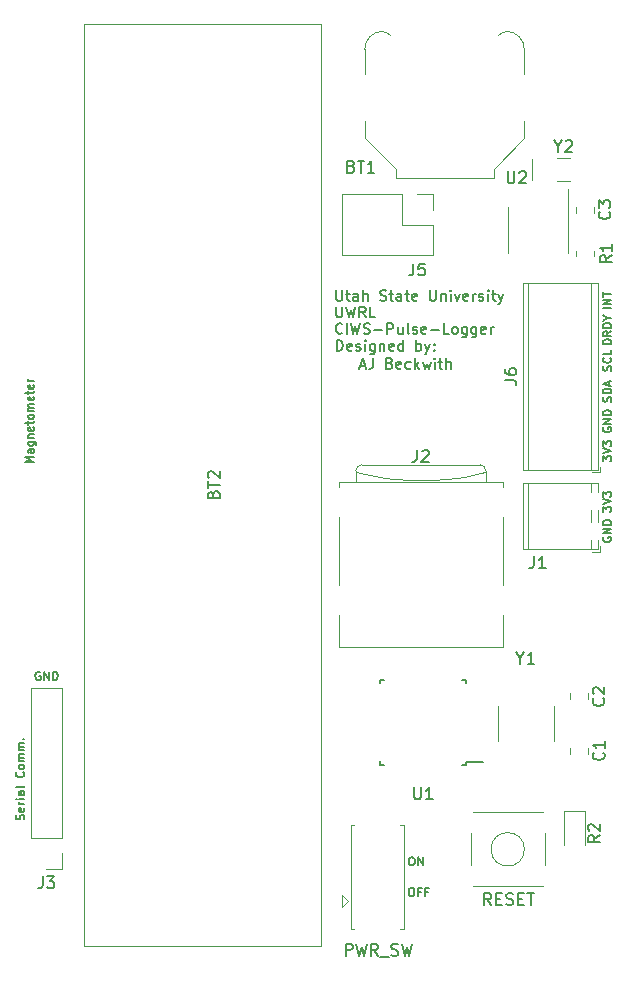
<source format=gto>
G04 #@! TF.GenerationSoftware,KiCad,Pcbnew,(5.1.9-0-10_14)*
G04 #@! TF.CreationDate,2022-03-15T11:33:21-06:00*
G04 #@! TF.ProjectId,Full_Res_Board,46756c6c-5f52-4657-935f-426f6172642e,rev?*
G04 #@! TF.SameCoordinates,Original*
G04 #@! TF.FileFunction,Legend,Top*
G04 #@! TF.FilePolarity,Positive*
%FSLAX46Y46*%
G04 Gerber Fmt 4.6, Leading zero omitted, Abs format (unit mm)*
G04 Created by KiCad (PCBNEW (5.1.9-0-10_14)) date 2022-03-15 11:33:21*
%MOMM*%
%LPD*%
G01*
G04 APERTURE LIST*
%ADD10C,0.175000*%
%ADD11C,0.150000*%
%ADD12C,0.120000*%
G04 APERTURE END LIST*
D10*
X120266666Y-107150000D02*
X120200000Y-107116666D01*
X120100000Y-107116666D01*
X120000000Y-107150000D01*
X119933333Y-107216666D01*
X119900000Y-107283333D01*
X119866666Y-107416666D01*
X119866666Y-107516666D01*
X119900000Y-107650000D01*
X119933333Y-107716666D01*
X120000000Y-107783333D01*
X120100000Y-107816666D01*
X120166666Y-107816666D01*
X120266666Y-107783333D01*
X120300000Y-107750000D01*
X120300000Y-107516666D01*
X120166666Y-107516666D01*
X120600000Y-107816666D02*
X120600000Y-107116666D01*
X121000000Y-107816666D01*
X121000000Y-107116666D01*
X121333333Y-107816666D02*
X121333333Y-107116666D01*
X121500000Y-107116666D01*
X121600000Y-107150000D01*
X121666666Y-107216666D01*
X121700000Y-107283333D01*
X121733333Y-107416666D01*
X121733333Y-107516666D01*
X121700000Y-107650000D01*
X121666666Y-107716666D01*
X121600000Y-107783333D01*
X121500000Y-107816666D01*
X121333333Y-107816666D01*
X145385714Y-79944642D02*
X145385714Y-79044642D01*
X145600000Y-79044642D01*
X145728571Y-79087500D01*
X145814285Y-79173214D01*
X145857142Y-79258928D01*
X145900000Y-79430357D01*
X145900000Y-79558928D01*
X145857142Y-79730357D01*
X145814285Y-79816071D01*
X145728571Y-79901785D01*
X145600000Y-79944642D01*
X145385714Y-79944642D01*
X146628571Y-79901785D02*
X146542857Y-79944642D01*
X146371428Y-79944642D01*
X146285714Y-79901785D01*
X146242857Y-79816071D01*
X146242857Y-79473214D01*
X146285714Y-79387500D01*
X146371428Y-79344642D01*
X146542857Y-79344642D01*
X146628571Y-79387500D01*
X146671428Y-79473214D01*
X146671428Y-79558928D01*
X146242857Y-79644642D01*
X147014285Y-79901785D02*
X147100000Y-79944642D01*
X147271428Y-79944642D01*
X147357142Y-79901785D01*
X147400000Y-79816071D01*
X147400000Y-79773214D01*
X147357142Y-79687500D01*
X147271428Y-79644642D01*
X147142857Y-79644642D01*
X147057142Y-79601785D01*
X147014285Y-79516071D01*
X147014285Y-79473214D01*
X147057142Y-79387500D01*
X147142857Y-79344642D01*
X147271428Y-79344642D01*
X147357142Y-79387500D01*
X147785714Y-79944642D02*
X147785714Y-79344642D01*
X147785714Y-79044642D02*
X147742857Y-79087500D01*
X147785714Y-79130357D01*
X147828571Y-79087500D01*
X147785714Y-79044642D01*
X147785714Y-79130357D01*
X148600000Y-79344642D02*
X148600000Y-80073214D01*
X148557142Y-80158928D01*
X148514285Y-80201785D01*
X148428571Y-80244642D01*
X148300000Y-80244642D01*
X148214285Y-80201785D01*
X148600000Y-79901785D02*
X148514285Y-79944642D01*
X148342857Y-79944642D01*
X148257142Y-79901785D01*
X148214285Y-79858928D01*
X148171428Y-79773214D01*
X148171428Y-79516071D01*
X148214285Y-79430357D01*
X148257142Y-79387500D01*
X148342857Y-79344642D01*
X148514285Y-79344642D01*
X148600000Y-79387500D01*
X149028571Y-79344642D02*
X149028571Y-79944642D01*
X149028571Y-79430357D02*
X149071428Y-79387500D01*
X149157142Y-79344642D01*
X149285714Y-79344642D01*
X149371428Y-79387500D01*
X149414285Y-79473214D01*
X149414285Y-79944642D01*
X150185714Y-79901785D02*
X150100000Y-79944642D01*
X149928571Y-79944642D01*
X149842857Y-79901785D01*
X149800000Y-79816071D01*
X149800000Y-79473214D01*
X149842857Y-79387500D01*
X149928571Y-79344642D01*
X150100000Y-79344642D01*
X150185714Y-79387500D01*
X150228571Y-79473214D01*
X150228571Y-79558928D01*
X149800000Y-79644642D01*
X151000000Y-79944642D02*
X151000000Y-79044642D01*
X151000000Y-79901785D02*
X150914285Y-79944642D01*
X150742857Y-79944642D01*
X150657142Y-79901785D01*
X150614285Y-79858928D01*
X150571428Y-79773214D01*
X150571428Y-79516071D01*
X150614285Y-79430357D01*
X150657142Y-79387500D01*
X150742857Y-79344642D01*
X150914285Y-79344642D01*
X151000000Y-79387500D01*
X152114285Y-79944642D02*
X152114285Y-79044642D01*
X152114285Y-79387500D02*
X152200000Y-79344642D01*
X152371428Y-79344642D01*
X152457142Y-79387500D01*
X152500000Y-79430357D01*
X152542857Y-79516071D01*
X152542857Y-79773214D01*
X152500000Y-79858928D01*
X152457142Y-79901785D01*
X152371428Y-79944642D01*
X152200000Y-79944642D01*
X152114285Y-79901785D01*
X152842857Y-79344642D02*
X153057142Y-79944642D01*
X153271428Y-79344642D02*
X153057142Y-79944642D01*
X152971428Y-80158928D01*
X152928571Y-80201785D01*
X152842857Y-80244642D01*
X153614285Y-79858928D02*
X153657142Y-79901785D01*
X153614285Y-79944642D01*
X153571428Y-79901785D01*
X153614285Y-79858928D01*
X153614285Y-79944642D01*
X153614285Y-79387500D02*
X153657142Y-79430357D01*
X153614285Y-79473214D01*
X153571428Y-79430357D01*
X153614285Y-79387500D01*
X153614285Y-79473214D01*
X147378571Y-81212500D02*
X147807142Y-81212500D01*
X147292857Y-81469642D02*
X147592857Y-80569642D01*
X147892857Y-81469642D01*
X148450000Y-80569642D02*
X148450000Y-81212500D01*
X148407142Y-81341071D01*
X148321428Y-81426785D01*
X148192857Y-81469642D01*
X148107142Y-81469642D01*
X149864285Y-80998214D02*
X149992857Y-81041071D01*
X150035714Y-81083928D01*
X150078571Y-81169642D01*
X150078571Y-81298214D01*
X150035714Y-81383928D01*
X149992857Y-81426785D01*
X149907142Y-81469642D01*
X149564285Y-81469642D01*
X149564285Y-80569642D01*
X149864285Y-80569642D01*
X149950000Y-80612500D01*
X149992857Y-80655357D01*
X150035714Y-80741071D01*
X150035714Y-80826785D01*
X149992857Y-80912500D01*
X149950000Y-80955357D01*
X149864285Y-80998214D01*
X149564285Y-80998214D01*
X150807142Y-81426785D02*
X150721428Y-81469642D01*
X150550000Y-81469642D01*
X150464285Y-81426785D01*
X150421428Y-81341071D01*
X150421428Y-80998214D01*
X150464285Y-80912500D01*
X150550000Y-80869642D01*
X150721428Y-80869642D01*
X150807142Y-80912500D01*
X150850000Y-80998214D01*
X150850000Y-81083928D01*
X150421428Y-81169642D01*
X151621428Y-81426785D02*
X151535714Y-81469642D01*
X151364285Y-81469642D01*
X151278571Y-81426785D01*
X151235714Y-81383928D01*
X151192857Y-81298214D01*
X151192857Y-81041071D01*
X151235714Y-80955357D01*
X151278571Y-80912500D01*
X151364285Y-80869642D01*
X151535714Y-80869642D01*
X151621428Y-80912500D01*
X152007142Y-81469642D02*
X152007142Y-80569642D01*
X152092857Y-81126785D02*
X152350000Y-81469642D01*
X152350000Y-80869642D02*
X152007142Y-81212500D01*
X152650000Y-80869642D02*
X152821428Y-81469642D01*
X152992857Y-81041071D01*
X153164285Y-81469642D01*
X153335714Y-80869642D01*
X153678571Y-81469642D02*
X153678571Y-80869642D01*
X153678571Y-80569642D02*
X153635714Y-80612500D01*
X153678571Y-80655357D01*
X153721428Y-80612500D01*
X153678571Y-80569642D01*
X153678571Y-80655357D01*
X153978571Y-80869642D02*
X154321428Y-80869642D01*
X154107142Y-80569642D02*
X154107142Y-81341071D01*
X154150000Y-81426785D01*
X154235714Y-81469642D01*
X154321428Y-81469642D01*
X154621428Y-81469642D02*
X154621428Y-80569642D01*
X155007142Y-81469642D02*
X155007142Y-80998214D01*
X154964285Y-80912500D01*
X154878571Y-80869642D01*
X154750000Y-80869642D01*
X154664285Y-80912500D01*
X154621428Y-80955357D01*
X145842321Y-78421428D02*
X145799464Y-78464285D01*
X145670892Y-78507142D01*
X145585178Y-78507142D01*
X145456607Y-78464285D01*
X145370892Y-78378571D01*
X145328035Y-78292857D01*
X145285178Y-78121428D01*
X145285178Y-77992857D01*
X145328035Y-77821428D01*
X145370892Y-77735714D01*
X145456607Y-77650000D01*
X145585178Y-77607142D01*
X145670892Y-77607142D01*
X145799464Y-77650000D01*
X145842321Y-77692857D01*
X146228035Y-78507142D02*
X146228035Y-77607142D01*
X146570892Y-77607142D02*
X146785178Y-78507142D01*
X146956607Y-77864285D01*
X147128035Y-78507142D01*
X147342321Y-77607142D01*
X147642321Y-78464285D02*
X147770892Y-78507142D01*
X147985178Y-78507142D01*
X148070892Y-78464285D01*
X148113750Y-78421428D01*
X148156607Y-78335714D01*
X148156607Y-78250000D01*
X148113750Y-78164285D01*
X148070892Y-78121428D01*
X147985178Y-78078571D01*
X147813750Y-78035714D01*
X147728035Y-77992857D01*
X147685178Y-77950000D01*
X147642321Y-77864285D01*
X147642321Y-77778571D01*
X147685178Y-77692857D01*
X147728035Y-77650000D01*
X147813750Y-77607142D01*
X148028035Y-77607142D01*
X148156607Y-77650000D01*
X148542321Y-78164285D02*
X149228035Y-78164285D01*
X149656607Y-78507142D02*
X149656607Y-77607142D01*
X149999464Y-77607142D01*
X150085178Y-77650000D01*
X150128035Y-77692857D01*
X150170892Y-77778571D01*
X150170892Y-77907142D01*
X150128035Y-77992857D01*
X150085178Y-78035714D01*
X149999464Y-78078571D01*
X149656607Y-78078571D01*
X150942321Y-77907142D02*
X150942321Y-78507142D01*
X150556607Y-77907142D02*
X150556607Y-78378571D01*
X150599464Y-78464285D01*
X150685178Y-78507142D01*
X150813750Y-78507142D01*
X150899464Y-78464285D01*
X150942321Y-78421428D01*
X151499464Y-78507142D02*
X151413750Y-78464285D01*
X151370892Y-78378571D01*
X151370892Y-77607142D01*
X151799464Y-78464285D02*
X151885178Y-78507142D01*
X152056607Y-78507142D01*
X152142321Y-78464285D01*
X152185178Y-78378571D01*
X152185178Y-78335714D01*
X152142321Y-78250000D01*
X152056607Y-78207142D01*
X151928035Y-78207142D01*
X151842321Y-78164285D01*
X151799464Y-78078571D01*
X151799464Y-78035714D01*
X151842321Y-77950000D01*
X151928035Y-77907142D01*
X152056607Y-77907142D01*
X152142321Y-77950000D01*
X152913750Y-78464285D02*
X152828035Y-78507142D01*
X152656607Y-78507142D01*
X152570892Y-78464285D01*
X152528035Y-78378571D01*
X152528035Y-78035714D01*
X152570892Y-77950000D01*
X152656607Y-77907142D01*
X152828035Y-77907142D01*
X152913750Y-77950000D01*
X152956607Y-78035714D01*
X152956607Y-78121428D01*
X152528035Y-78207142D01*
X153342321Y-78164285D02*
X154028035Y-78164285D01*
X154885178Y-78507142D02*
X154456607Y-78507142D01*
X154456607Y-77607142D01*
X155313750Y-78507142D02*
X155228035Y-78464285D01*
X155185178Y-78421428D01*
X155142321Y-78335714D01*
X155142321Y-78078571D01*
X155185178Y-77992857D01*
X155228035Y-77950000D01*
X155313750Y-77907142D01*
X155442321Y-77907142D01*
X155528035Y-77950000D01*
X155570892Y-77992857D01*
X155613750Y-78078571D01*
X155613750Y-78335714D01*
X155570892Y-78421428D01*
X155528035Y-78464285D01*
X155442321Y-78507142D01*
X155313750Y-78507142D01*
X156385178Y-77907142D02*
X156385178Y-78635714D01*
X156342321Y-78721428D01*
X156299464Y-78764285D01*
X156213750Y-78807142D01*
X156085178Y-78807142D01*
X155999464Y-78764285D01*
X156385178Y-78464285D02*
X156299464Y-78507142D01*
X156128035Y-78507142D01*
X156042321Y-78464285D01*
X155999464Y-78421428D01*
X155956607Y-78335714D01*
X155956607Y-78078571D01*
X155999464Y-77992857D01*
X156042321Y-77950000D01*
X156128035Y-77907142D01*
X156299464Y-77907142D01*
X156385178Y-77950000D01*
X157199464Y-77907142D02*
X157199464Y-78635714D01*
X157156607Y-78721428D01*
X157113750Y-78764285D01*
X157028035Y-78807142D01*
X156899464Y-78807142D01*
X156813750Y-78764285D01*
X157199464Y-78464285D02*
X157113750Y-78507142D01*
X156942321Y-78507142D01*
X156856607Y-78464285D01*
X156813750Y-78421428D01*
X156770892Y-78335714D01*
X156770892Y-78078571D01*
X156813750Y-77992857D01*
X156856607Y-77950000D01*
X156942321Y-77907142D01*
X157113750Y-77907142D01*
X157199464Y-77950000D01*
X157970892Y-78464285D02*
X157885178Y-78507142D01*
X157713750Y-78507142D01*
X157628035Y-78464285D01*
X157585178Y-78378571D01*
X157585178Y-78035714D01*
X157628035Y-77950000D01*
X157713750Y-77907142D01*
X157885178Y-77907142D01*
X157970892Y-77950000D01*
X158013750Y-78035714D01*
X158013750Y-78121428D01*
X157585178Y-78207142D01*
X158399464Y-78507142D02*
X158399464Y-77907142D01*
X158399464Y-78078571D02*
X158442321Y-77992857D01*
X158485178Y-77950000D01*
X158570892Y-77907142D01*
X158656607Y-77907142D01*
X145328035Y-76207142D02*
X145328035Y-76935714D01*
X145370892Y-77021428D01*
X145413750Y-77064285D01*
X145499464Y-77107142D01*
X145670892Y-77107142D01*
X145756607Y-77064285D01*
X145799464Y-77021428D01*
X145842321Y-76935714D01*
X145842321Y-76207142D01*
X146185178Y-76207142D02*
X146399464Y-77107142D01*
X146570892Y-76464285D01*
X146742321Y-77107142D01*
X146956607Y-76207142D01*
X147813750Y-77107142D02*
X147513750Y-76678571D01*
X147299464Y-77107142D02*
X147299464Y-76207142D01*
X147642321Y-76207142D01*
X147728035Y-76250000D01*
X147770892Y-76292857D01*
X147813750Y-76378571D01*
X147813750Y-76507142D01*
X147770892Y-76592857D01*
X147728035Y-76635714D01*
X147642321Y-76678571D01*
X147299464Y-76678571D01*
X148628035Y-77107142D02*
X148199464Y-77107142D01*
X148199464Y-76207142D01*
X145328035Y-74807142D02*
X145328035Y-75535714D01*
X145370892Y-75621428D01*
X145413750Y-75664285D01*
X145499464Y-75707142D01*
X145670892Y-75707142D01*
X145756607Y-75664285D01*
X145799464Y-75621428D01*
X145842321Y-75535714D01*
X145842321Y-74807142D01*
X146142321Y-75107142D02*
X146485178Y-75107142D01*
X146270892Y-74807142D02*
X146270892Y-75578571D01*
X146313750Y-75664285D01*
X146399464Y-75707142D01*
X146485178Y-75707142D01*
X147170892Y-75707142D02*
X147170892Y-75235714D01*
X147128035Y-75150000D01*
X147042321Y-75107142D01*
X146870892Y-75107142D01*
X146785178Y-75150000D01*
X147170892Y-75664285D02*
X147085178Y-75707142D01*
X146870892Y-75707142D01*
X146785178Y-75664285D01*
X146742321Y-75578571D01*
X146742321Y-75492857D01*
X146785178Y-75407142D01*
X146870892Y-75364285D01*
X147085178Y-75364285D01*
X147170892Y-75321428D01*
X147599464Y-75707142D02*
X147599464Y-74807142D01*
X147985178Y-75707142D02*
X147985178Y-75235714D01*
X147942321Y-75150000D01*
X147856607Y-75107142D01*
X147728035Y-75107142D01*
X147642321Y-75150000D01*
X147599464Y-75192857D01*
X149056607Y-75664285D02*
X149185178Y-75707142D01*
X149399464Y-75707142D01*
X149485178Y-75664285D01*
X149528035Y-75621428D01*
X149570892Y-75535714D01*
X149570892Y-75450000D01*
X149528035Y-75364285D01*
X149485178Y-75321428D01*
X149399464Y-75278571D01*
X149228035Y-75235714D01*
X149142321Y-75192857D01*
X149099464Y-75150000D01*
X149056607Y-75064285D01*
X149056607Y-74978571D01*
X149099464Y-74892857D01*
X149142321Y-74850000D01*
X149228035Y-74807142D01*
X149442321Y-74807142D01*
X149570892Y-74850000D01*
X149828035Y-75107142D02*
X150170892Y-75107142D01*
X149956607Y-74807142D02*
X149956607Y-75578571D01*
X149999464Y-75664285D01*
X150085178Y-75707142D01*
X150170892Y-75707142D01*
X150856607Y-75707142D02*
X150856607Y-75235714D01*
X150813750Y-75150000D01*
X150728035Y-75107142D01*
X150556607Y-75107142D01*
X150470892Y-75150000D01*
X150856607Y-75664285D02*
X150770892Y-75707142D01*
X150556607Y-75707142D01*
X150470892Y-75664285D01*
X150428035Y-75578571D01*
X150428035Y-75492857D01*
X150470892Y-75407142D01*
X150556607Y-75364285D01*
X150770892Y-75364285D01*
X150856607Y-75321428D01*
X151156607Y-75107142D02*
X151499464Y-75107142D01*
X151285178Y-74807142D02*
X151285178Y-75578571D01*
X151328035Y-75664285D01*
X151413750Y-75707142D01*
X151499464Y-75707142D01*
X152142321Y-75664285D02*
X152056607Y-75707142D01*
X151885178Y-75707142D01*
X151799464Y-75664285D01*
X151756607Y-75578571D01*
X151756607Y-75235714D01*
X151799464Y-75150000D01*
X151885178Y-75107142D01*
X152056607Y-75107142D01*
X152142321Y-75150000D01*
X152185178Y-75235714D01*
X152185178Y-75321428D01*
X151756607Y-75407142D01*
X153256607Y-74807142D02*
X153256607Y-75535714D01*
X153299464Y-75621428D01*
X153342321Y-75664285D01*
X153428035Y-75707142D01*
X153599464Y-75707142D01*
X153685178Y-75664285D01*
X153728035Y-75621428D01*
X153770892Y-75535714D01*
X153770892Y-74807142D01*
X154199464Y-75107142D02*
X154199464Y-75707142D01*
X154199464Y-75192857D02*
X154242321Y-75150000D01*
X154328035Y-75107142D01*
X154456607Y-75107142D01*
X154542321Y-75150000D01*
X154585178Y-75235714D01*
X154585178Y-75707142D01*
X155013750Y-75707142D02*
X155013750Y-75107142D01*
X155013750Y-74807142D02*
X154970892Y-74850000D01*
X155013750Y-74892857D01*
X155056607Y-74850000D01*
X155013750Y-74807142D01*
X155013750Y-74892857D01*
X155356607Y-75107142D02*
X155570892Y-75707142D01*
X155785178Y-75107142D01*
X156470892Y-75664285D02*
X156385178Y-75707142D01*
X156213750Y-75707142D01*
X156128035Y-75664285D01*
X156085178Y-75578571D01*
X156085178Y-75235714D01*
X156128035Y-75150000D01*
X156213750Y-75107142D01*
X156385178Y-75107142D01*
X156470892Y-75150000D01*
X156513750Y-75235714D01*
X156513750Y-75321428D01*
X156085178Y-75407142D01*
X156899464Y-75707142D02*
X156899464Y-75107142D01*
X156899464Y-75278571D02*
X156942321Y-75192857D01*
X156985178Y-75150000D01*
X157070892Y-75107142D01*
X157156607Y-75107142D01*
X157413750Y-75664285D02*
X157499464Y-75707142D01*
X157670892Y-75707142D01*
X157756607Y-75664285D01*
X157799464Y-75578571D01*
X157799464Y-75535714D01*
X157756607Y-75450000D01*
X157670892Y-75407142D01*
X157542321Y-75407142D01*
X157456607Y-75364285D01*
X157413750Y-75278571D01*
X157413750Y-75235714D01*
X157456607Y-75150000D01*
X157542321Y-75107142D01*
X157670892Y-75107142D01*
X157756607Y-75150000D01*
X158185178Y-75707142D02*
X158185178Y-75107142D01*
X158185178Y-74807142D02*
X158142321Y-74850000D01*
X158185178Y-74892857D01*
X158228035Y-74850000D01*
X158185178Y-74807142D01*
X158185178Y-74892857D01*
X158485178Y-75107142D02*
X158828035Y-75107142D01*
X158613750Y-74807142D02*
X158613750Y-75578571D01*
X158656607Y-75664285D01*
X158742321Y-75707142D01*
X158828035Y-75707142D01*
X159042321Y-75107142D02*
X159256607Y-75707142D01*
X159470892Y-75107142D02*
X159256607Y-75707142D01*
X159170892Y-75921428D01*
X159128035Y-75964285D01*
X159042321Y-76007142D01*
X119716666Y-89383333D02*
X119016666Y-89383333D01*
X119516666Y-89150000D01*
X119016666Y-88916666D01*
X119716666Y-88916666D01*
X119716666Y-88283333D02*
X119350000Y-88283333D01*
X119283333Y-88316666D01*
X119250000Y-88383333D01*
X119250000Y-88516666D01*
X119283333Y-88583333D01*
X119683333Y-88283333D02*
X119716666Y-88350000D01*
X119716666Y-88516666D01*
X119683333Y-88583333D01*
X119616666Y-88616666D01*
X119550000Y-88616666D01*
X119483333Y-88583333D01*
X119450000Y-88516666D01*
X119450000Y-88350000D01*
X119416666Y-88283333D01*
X119250000Y-87650000D02*
X119816666Y-87650000D01*
X119883333Y-87683333D01*
X119916666Y-87716666D01*
X119950000Y-87783333D01*
X119950000Y-87883333D01*
X119916666Y-87950000D01*
X119683333Y-87650000D02*
X119716666Y-87716666D01*
X119716666Y-87850000D01*
X119683333Y-87916666D01*
X119650000Y-87950000D01*
X119583333Y-87983333D01*
X119383333Y-87983333D01*
X119316666Y-87950000D01*
X119283333Y-87916666D01*
X119250000Y-87850000D01*
X119250000Y-87716666D01*
X119283333Y-87650000D01*
X119250000Y-87316666D02*
X119716666Y-87316666D01*
X119316666Y-87316666D02*
X119283333Y-87283333D01*
X119250000Y-87216666D01*
X119250000Y-87116666D01*
X119283333Y-87050000D01*
X119350000Y-87016666D01*
X119716666Y-87016666D01*
X119683333Y-86416666D02*
X119716666Y-86483333D01*
X119716666Y-86616666D01*
X119683333Y-86683333D01*
X119616666Y-86716666D01*
X119350000Y-86716666D01*
X119283333Y-86683333D01*
X119250000Y-86616666D01*
X119250000Y-86483333D01*
X119283333Y-86416666D01*
X119350000Y-86383333D01*
X119416666Y-86383333D01*
X119483333Y-86716666D01*
X119250000Y-86183333D02*
X119250000Y-85916666D01*
X119016666Y-86083333D02*
X119616666Y-86083333D01*
X119683333Y-86050000D01*
X119716666Y-85983333D01*
X119716666Y-85916666D01*
X119716666Y-85583333D02*
X119683333Y-85650000D01*
X119650000Y-85683333D01*
X119583333Y-85716666D01*
X119383333Y-85716666D01*
X119316666Y-85683333D01*
X119283333Y-85650000D01*
X119250000Y-85583333D01*
X119250000Y-85483333D01*
X119283333Y-85416666D01*
X119316666Y-85383333D01*
X119383333Y-85350000D01*
X119583333Y-85350000D01*
X119650000Y-85383333D01*
X119683333Y-85416666D01*
X119716666Y-85483333D01*
X119716666Y-85583333D01*
X119716666Y-85050000D02*
X119250000Y-85050000D01*
X119316666Y-85050000D02*
X119283333Y-85016666D01*
X119250000Y-84950000D01*
X119250000Y-84850000D01*
X119283333Y-84783333D01*
X119350000Y-84750000D01*
X119716666Y-84750000D01*
X119350000Y-84750000D02*
X119283333Y-84716666D01*
X119250000Y-84650000D01*
X119250000Y-84550000D01*
X119283333Y-84483333D01*
X119350000Y-84450000D01*
X119716666Y-84450000D01*
X119683333Y-83850000D02*
X119716666Y-83916666D01*
X119716666Y-84050000D01*
X119683333Y-84116666D01*
X119616666Y-84150000D01*
X119350000Y-84150000D01*
X119283333Y-84116666D01*
X119250000Y-84050000D01*
X119250000Y-83916666D01*
X119283333Y-83850000D01*
X119350000Y-83816666D01*
X119416666Y-83816666D01*
X119483333Y-84150000D01*
X119250000Y-83616666D02*
X119250000Y-83350000D01*
X119016666Y-83516666D02*
X119616666Y-83516666D01*
X119683333Y-83483333D01*
X119716666Y-83416666D01*
X119716666Y-83350000D01*
X119683333Y-82850000D02*
X119716666Y-82916666D01*
X119716666Y-83050000D01*
X119683333Y-83116666D01*
X119616666Y-83150000D01*
X119350000Y-83150000D01*
X119283333Y-83116666D01*
X119250000Y-83050000D01*
X119250000Y-82916666D01*
X119283333Y-82850000D01*
X119350000Y-82816666D01*
X119416666Y-82816666D01*
X119483333Y-83150000D01*
X119716666Y-82516666D02*
X119250000Y-82516666D01*
X119383333Y-82516666D02*
X119316666Y-82483333D01*
X119283333Y-82450000D01*
X119250000Y-82383333D01*
X119250000Y-82316666D01*
X118883333Y-119616666D02*
X118916666Y-119516666D01*
X118916666Y-119350000D01*
X118883333Y-119283333D01*
X118850000Y-119250000D01*
X118783333Y-119216666D01*
X118716666Y-119216666D01*
X118650000Y-119250000D01*
X118616666Y-119283333D01*
X118583333Y-119350000D01*
X118550000Y-119483333D01*
X118516666Y-119550000D01*
X118483333Y-119583333D01*
X118416666Y-119616666D01*
X118350000Y-119616666D01*
X118283333Y-119583333D01*
X118250000Y-119550000D01*
X118216666Y-119483333D01*
X118216666Y-119316666D01*
X118250000Y-119216666D01*
X118883333Y-118650000D02*
X118916666Y-118716666D01*
X118916666Y-118850000D01*
X118883333Y-118916666D01*
X118816666Y-118950000D01*
X118550000Y-118950000D01*
X118483333Y-118916666D01*
X118450000Y-118850000D01*
X118450000Y-118716666D01*
X118483333Y-118650000D01*
X118550000Y-118616666D01*
X118616666Y-118616666D01*
X118683333Y-118950000D01*
X118916666Y-118316666D02*
X118450000Y-118316666D01*
X118583333Y-118316666D02*
X118516666Y-118283333D01*
X118483333Y-118250000D01*
X118450000Y-118183333D01*
X118450000Y-118116666D01*
X118916666Y-117883333D02*
X118450000Y-117883333D01*
X118216666Y-117883333D02*
X118250000Y-117916666D01*
X118283333Y-117883333D01*
X118250000Y-117850000D01*
X118216666Y-117883333D01*
X118283333Y-117883333D01*
X118916666Y-117250000D02*
X118550000Y-117250000D01*
X118483333Y-117283333D01*
X118450000Y-117350000D01*
X118450000Y-117483333D01*
X118483333Y-117550000D01*
X118883333Y-117250000D02*
X118916666Y-117316666D01*
X118916666Y-117483333D01*
X118883333Y-117550000D01*
X118816666Y-117583333D01*
X118750000Y-117583333D01*
X118683333Y-117550000D01*
X118650000Y-117483333D01*
X118650000Y-117316666D01*
X118616666Y-117250000D01*
X118916666Y-116816666D02*
X118883333Y-116883333D01*
X118816666Y-116916666D01*
X118216666Y-116916666D01*
X118850000Y-115616666D02*
X118883333Y-115650000D01*
X118916666Y-115750000D01*
X118916666Y-115816666D01*
X118883333Y-115916666D01*
X118816666Y-115983333D01*
X118750000Y-116016666D01*
X118616666Y-116050000D01*
X118516666Y-116050000D01*
X118383333Y-116016666D01*
X118316666Y-115983333D01*
X118250000Y-115916666D01*
X118216666Y-115816666D01*
X118216666Y-115750000D01*
X118250000Y-115650000D01*
X118283333Y-115616666D01*
X118916666Y-115216666D02*
X118883333Y-115283333D01*
X118850000Y-115316666D01*
X118783333Y-115350000D01*
X118583333Y-115350000D01*
X118516666Y-115316666D01*
X118483333Y-115283333D01*
X118450000Y-115216666D01*
X118450000Y-115116666D01*
X118483333Y-115050000D01*
X118516666Y-115016666D01*
X118583333Y-114983333D01*
X118783333Y-114983333D01*
X118850000Y-115016666D01*
X118883333Y-115050000D01*
X118916666Y-115116666D01*
X118916666Y-115216666D01*
X118916666Y-114683333D02*
X118450000Y-114683333D01*
X118516666Y-114683333D02*
X118483333Y-114650000D01*
X118450000Y-114583333D01*
X118450000Y-114483333D01*
X118483333Y-114416666D01*
X118550000Y-114383333D01*
X118916666Y-114383333D01*
X118550000Y-114383333D02*
X118483333Y-114350000D01*
X118450000Y-114283333D01*
X118450000Y-114183333D01*
X118483333Y-114116666D01*
X118550000Y-114083333D01*
X118916666Y-114083333D01*
X118916666Y-113750000D02*
X118450000Y-113750000D01*
X118516666Y-113750000D02*
X118483333Y-113716666D01*
X118450000Y-113650000D01*
X118450000Y-113550000D01*
X118483333Y-113483333D01*
X118550000Y-113450000D01*
X118916666Y-113450000D01*
X118550000Y-113450000D02*
X118483333Y-113416666D01*
X118450000Y-113350000D01*
X118450000Y-113250000D01*
X118483333Y-113183333D01*
X118550000Y-113150000D01*
X118916666Y-113150000D01*
X118850000Y-112816666D02*
X118883333Y-112783333D01*
X118916666Y-112816666D01*
X118883333Y-112850000D01*
X118850000Y-112816666D01*
X118916666Y-112816666D01*
X151633333Y-125416666D02*
X151766666Y-125416666D01*
X151833333Y-125450000D01*
X151900000Y-125516666D01*
X151933333Y-125650000D01*
X151933333Y-125883333D01*
X151900000Y-126016666D01*
X151833333Y-126083333D01*
X151766666Y-126116666D01*
X151633333Y-126116666D01*
X151566666Y-126083333D01*
X151500000Y-126016666D01*
X151466666Y-125883333D01*
X151466666Y-125650000D01*
X151500000Y-125516666D01*
X151566666Y-125450000D01*
X151633333Y-125416666D01*
X152466666Y-125750000D02*
X152233333Y-125750000D01*
X152233333Y-126116666D02*
X152233333Y-125416666D01*
X152566666Y-125416666D01*
X153066666Y-125750000D02*
X152833333Y-125750000D01*
X152833333Y-126116666D02*
X152833333Y-125416666D01*
X153166666Y-125416666D01*
X151666666Y-122816666D02*
X151800000Y-122816666D01*
X151866666Y-122850000D01*
X151933333Y-122916666D01*
X151966666Y-123050000D01*
X151966666Y-123283333D01*
X151933333Y-123416666D01*
X151866666Y-123483333D01*
X151800000Y-123516666D01*
X151666666Y-123516666D01*
X151600000Y-123483333D01*
X151533333Y-123416666D01*
X151500000Y-123283333D01*
X151500000Y-123050000D01*
X151533333Y-122916666D01*
X151600000Y-122850000D01*
X151666666Y-122816666D01*
X152266666Y-123516666D02*
X152266666Y-122816666D01*
X152666666Y-123516666D01*
X152666666Y-122816666D01*
D11*
X168616666Y-76333333D02*
X167916666Y-76333333D01*
X168616666Y-76000000D02*
X167916666Y-76000000D01*
X168616666Y-75600000D01*
X167916666Y-75600000D01*
X167916666Y-75366666D02*
X167916666Y-74966666D01*
X168616666Y-75166666D02*
X167916666Y-75166666D01*
X168616666Y-79383333D02*
X167916666Y-79383333D01*
X167916666Y-79216666D01*
X167950000Y-79116666D01*
X168016666Y-79050000D01*
X168083333Y-79016666D01*
X168216666Y-78983333D01*
X168316666Y-78983333D01*
X168450000Y-79016666D01*
X168516666Y-79050000D01*
X168583333Y-79116666D01*
X168616666Y-79216666D01*
X168616666Y-79383333D01*
X168616666Y-78283333D02*
X168283333Y-78516666D01*
X168616666Y-78683333D02*
X167916666Y-78683333D01*
X167916666Y-78416666D01*
X167950000Y-78350000D01*
X167983333Y-78316666D01*
X168050000Y-78283333D01*
X168150000Y-78283333D01*
X168216666Y-78316666D01*
X168250000Y-78350000D01*
X168283333Y-78416666D01*
X168283333Y-78683333D01*
X168616666Y-77983333D02*
X167916666Y-77983333D01*
X167916666Y-77816666D01*
X167950000Y-77716666D01*
X168016666Y-77650000D01*
X168083333Y-77616666D01*
X168216666Y-77583333D01*
X168316666Y-77583333D01*
X168450000Y-77616666D01*
X168516666Y-77650000D01*
X168583333Y-77716666D01*
X168616666Y-77816666D01*
X168616666Y-77983333D01*
X168283333Y-77150000D02*
X168616666Y-77150000D01*
X167916666Y-77383333D02*
X168283333Y-77150000D01*
X167916666Y-76916666D01*
X168583333Y-81633333D02*
X168616666Y-81533333D01*
X168616666Y-81366666D01*
X168583333Y-81300000D01*
X168550000Y-81266666D01*
X168483333Y-81233333D01*
X168416666Y-81233333D01*
X168350000Y-81266666D01*
X168316666Y-81300000D01*
X168283333Y-81366666D01*
X168250000Y-81500000D01*
X168216666Y-81566666D01*
X168183333Y-81600000D01*
X168116666Y-81633333D01*
X168050000Y-81633333D01*
X167983333Y-81600000D01*
X167950000Y-81566666D01*
X167916666Y-81500000D01*
X167916666Y-81333333D01*
X167950000Y-81233333D01*
X168550000Y-80533333D02*
X168583333Y-80566666D01*
X168616666Y-80666666D01*
X168616666Y-80733333D01*
X168583333Y-80833333D01*
X168516666Y-80900000D01*
X168450000Y-80933333D01*
X168316666Y-80966666D01*
X168216666Y-80966666D01*
X168083333Y-80933333D01*
X168016666Y-80900000D01*
X167950000Y-80833333D01*
X167916666Y-80733333D01*
X167916666Y-80666666D01*
X167950000Y-80566666D01*
X167983333Y-80533333D01*
X168616666Y-79900000D02*
X168616666Y-80233333D01*
X167916666Y-80233333D01*
X168583333Y-84250000D02*
X168616666Y-84150000D01*
X168616666Y-83983333D01*
X168583333Y-83916666D01*
X168550000Y-83883333D01*
X168483333Y-83850000D01*
X168416666Y-83850000D01*
X168350000Y-83883333D01*
X168316666Y-83916666D01*
X168283333Y-83983333D01*
X168250000Y-84116666D01*
X168216666Y-84183333D01*
X168183333Y-84216666D01*
X168116666Y-84250000D01*
X168050000Y-84250000D01*
X167983333Y-84216666D01*
X167950000Y-84183333D01*
X167916666Y-84116666D01*
X167916666Y-83950000D01*
X167950000Y-83850000D01*
X168616666Y-83550000D02*
X167916666Y-83550000D01*
X167916666Y-83383333D01*
X167950000Y-83283333D01*
X168016666Y-83216666D01*
X168083333Y-83183333D01*
X168216666Y-83150000D01*
X168316666Y-83150000D01*
X168450000Y-83183333D01*
X168516666Y-83216666D01*
X168583333Y-83283333D01*
X168616666Y-83383333D01*
X168616666Y-83550000D01*
X168416666Y-82883333D02*
X168416666Y-82550000D01*
X168616666Y-82950000D02*
X167916666Y-82716666D01*
X168616666Y-82483333D01*
X167950000Y-86433333D02*
X167916666Y-86500000D01*
X167916666Y-86600000D01*
X167950000Y-86700000D01*
X168016666Y-86766666D01*
X168083333Y-86800000D01*
X168216666Y-86833333D01*
X168316666Y-86833333D01*
X168450000Y-86800000D01*
X168516666Y-86766666D01*
X168583333Y-86700000D01*
X168616666Y-86600000D01*
X168616666Y-86533333D01*
X168583333Y-86433333D01*
X168550000Y-86400000D01*
X168316666Y-86400000D01*
X168316666Y-86533333D01*
X168616666Y-86100000D02*
X167916666Y-86100000D01*
X168616666Y-85700000D01*
X167916666Y-85700000D01*
X168616666Y-85366666D02*
X167916666Y-85366666D01*
X167916666Y-85200000D01*
X167950000Y-85100000D01*
X168016666Y-85033333D01*
X168083333Y-85000000D01*
X168216666Y-84966666D01*
X168316666Y-84966666D01*
X168450000Y-85000000D01*
X168516666Y-85033333D01*
X168583333Y-85100000D01*
X168616666Y-85200000D01*
X168616666Y-85366666D01*
X167916666Y-89266666D02*
X167916666Y-88833333D01*
X168183333Y-89066666D01*
X168183333Y-88966666D01*
X168216666Y-88900000D01*
X168250000Y-88866666D01*
X168316666Y-88833333D01*
X168483333Y-88833333D01*
X168550000Y-88866666D01*
X168583333Y-88900000D01*
X168616666Y-88966666D01*
X168616666Y-89166666D01*
X168583333Y-89233333D01*
X168550000Y-89266666D01*
X167916666Y-88633333D02*
X168616666Y-88400000D01*
X167916666Y-88166666D01*
X167916666Y-88000000D02*
X167916666Y-87566666D01*
X168183333Y-87800000D01*
X168183333Y-87700000D01*
X168216666Y-87633333D01*
X168250000Y-87600000D01*
X168316666Y-87566666D01*
X168483333Y-87566666D01*
X168550000Y-87600000D01*
X168583333Y-87633333D01*
X168616666Y-87700000D01*
X168616666Y-87900000D01*
X168583333Y-87966666D01*
X168550000Y-88000000D01*
X167916666Y-93566666D02*
X167916666Y-93133333D01*
X168183333Y-93366666D01*
X168183333Y-93266666D01*
X168216666Y-93200000D01*
X168250000Y-93166666D01*
X168316666Y-93133333D01*
X168483333Y-93133333D01*
X168550000Y-93166666D01*
X168583333Y-93200000D01*
X168616666Y-93266666D01*
X168616666Y-93466666D01*
X168583333Y-93533333D01*
X168550000Y-93566666D01*
X167916666Y-92933333D02*
X168616666Y-92700000D01*
X167916666Y-92466666D01*
X167916666Y-92300000D02*
X167916666Y-91866666D01*
X168183333Y-92100000D01*
X168183333Y-92000000D01*
X168216666Y-91933333D01*
X168250000Y-91900000D01*
X168316666Y-91866666D01*
X168483333Y-91866666D01*
X168550000Y-91900000D01*
X168583333Y-91933333D01*
X168616666Y-92000000D01*
X168616666Y-92200000D01*
X168583333Y-92266666D01*
X168550000Y-92300000D01*
X167950000Y-95733333D02*
X167916666Y-95800000D01*
X167916666Y-95900000D01*
X167950000Y-96000000D01*
X168016666Y-96066666D01*
X168083333Y-96100000D01*
X168216666Y-96133333D01*
X168316666Y-96133333D01*
X168450000Y-96100000D01*
X168516666Y-96066666D01*
X168583333Y-96000000D01*
X168616666Y-95900000D01*
X168616666Y-95833333D01*
X168583333Y-95733333D01*
X168550000Y-95700000D01*
X168316666Y-95700000D01*
X168316666Y-95833333D01*
X168616666Y-95400000D02*
X167916666Y-95400000D01*
X168616666Y-95000000D01*
X167916666Y-95000000D01*
X168616666Y-94666666D02*
X167916666Y-94666666D01*
X167916666Y-94500000D01*
X167950000Y-94400000D01*
X168016666Y-94333333D01*
X168083333Y-94300000D01*
X168216666Y-94266666D01*
X168316666Y-94266666D01*
X168450000Y-94300000D01*
X168516666Y-94333333D01*
X168583333Y-94400000D01*
X168616666Y-94500000D01*
X168616666Y-94666666D01*
D12*
X166900000Y-90000000D02*
X166900000Y-74180000D01*
X161600000Y-90000000D02*
X161600000Y-74180000D01*
X161140000Y-90000000D02*
X161140000Y-74180000D01*
X167460000Y-90000000D02*
X167460000Y-74180000D01*
X161140000Y-90000000D02*
X167460000Y-90000000D01*
X161140000Y-74180000D02*
X167460000Y-74180000D01*
X166960000Y-90240000D02*
X167700000Y-90240000D01*
X167700000Y-90240000D02*
X167700000Y-89740000D01*
X144050000Y-130300000D02*
X123950000Y-130300000D01*
X144050000Y-52300000D02*
X144050000Y-130300000D01*
X123950000Y-52300000D02*
X144050000Y-52300000D01*
X123950000Y-130300000D02*
X123950000Y-52300000D01*
X122130000Y-123830000D02*
X120800000Y-123830000D01*
X122130000Y-122500000D02*
X122130000Y-123830000D01*
X122130000Y-121230000D02*
X119470000Y-121230000D01*
X119470000Y-121230000D02*
X119470000Y-108470000D01*
X122130000Y-121230000D02*
X122130000Y-108470000D01*
X122130000Y-108470000D02*
X119470000Y-108470000D01*
X161900000Y-63700000D02*
X161900000Y-65500000D01*
X164050000Y-65550000D02*
X165150000Y-65550000D01*
X164050000Y-63650000D02*
X165150000Y-63650000D01*
X163800000Y-113000000D02*
X163800000Y-110000000D01*
X159000000Y-110000000D02*
X159000000Y-113000000D01*
X164960000Y-69700000D02*
X164960000Y-66250000D01*
X164960000Y-69700000D02*
X164960000Y-71650000D01*
X159840000Y-69700000D02*
X159840000Y-67750000D01*
X159840000Y-69700000D02*
X159840000Y-71650000D01*
D11*
X156325000Y-114800000D02*
X157750000Y-114800000D01*
X149075000Y-115025000D02*
X149400000Y-115025000D01*
X149075000Y-107775000D02*
X149400000Y-107775000D01*
X156325000Y-107775000D02*
X156000000Y-107775000D01*
X156325000Y-115025000D02*
X156000000Y-115025000D01*
X156325000Y-107775000D02*
X156325000Y-108100000D01*
X149075000Y-107775000D02*
X149075000Y-108100000D01*
X149075000Y-115025000D02*
X149075000Y-114700000D01*
X156325000Y-115025000D02*
X156325000Y-114800000D01*
D12*
X145840000Y-126000000D02*
X145840000Y-127000000D01*
X146340000Y-126500000D02*
X145840000Y-126000000D01*
X145840000Y-127000000D02*
X146340000Y-126500000D01*
X151060000Y-120090000D02*
X150750000Y-120090000D01*
X151060000Y-128910000D02*
X150750000Y-128910000D01*
X146850000Y-128910000D02*
X146540000Y-128910000D01*
X151060000Y-120090000D02*
X151060000Y-128910000D01*
X146540000Y-120090000D02*
X146850000Y-120090000D01*
X146540000Y-128910000D02*
X146540000Y-120090000D01*
X156730000Y-123490000D02*
X156730000Y-120810000D01*
X162970000Y-120810000D02*
X162970000Y-123490000D01*
X162820000Y-125270000D02*
X156880000Y-125270000D01*
X162820000Y-119030000D02*
X156880000Y-119030000D01*
X161264214Y-122150000D02*
G75*
G03*
X161264214Y-122150000I-1414214J0D01*
G01*
X164590000Y-118915000D02*
X164590000Y-121800000D01*
X166410000Y-118915000D02*
X164590000Y-118915000D01*
X166410000Y-121800000D02*
X166410000Y-118915000D01*
X167135000Y-71927064D02*
X167135000Y-71472936D01*
X165665000Y-71927064D02*
X165665000Y-71472936D01*
X153530000Y-66670000D02*
X153530000Y-68000000D01*
X152200000Y-66670000D02*
X153530000Y-66670000D01*
X153530000Y-69270000D02*
X153530000Y-71870000D01*
X150930000Y-69270000D02*
X153530000Y-69270000D01*
X150930000Y-66670000D02*
X150930000Y-69270000D01*
X153530000Y-71870000D02*
X145790000Y-71870000D01*
X150930000Y-66670000D02*
X145790000Y-66670000D01*
X145790000Y-66670000D02*
X145790000Y-71870000D01*
X145590000Y-91090000D02*
X145590000Y-91490000D01*
X145590000Y-94010000D02*
X145590000Y-99790000D01*
X145590000Y-102310000D02*
X145590000Y-105010000D01*
X159410000Y-94010000D02*
X159410000Y-99790000D01*
X159410000Y-91090000D02*
X159410000Y-91490000D01*
X159410000Y-102310000D02*
X159410000Y-105010000D01*
X159410000Y-105010000D02*
X145590000Y-105010000D01*
X145590000Y-91090000D02*
X159410000Y-91090000D01*
X158000000Y-91090000D02*
X158000000Y-90090000D01*
X147000000Y-91090000D02*
X147000000Y-90090000D01*
X147500000Y-89590000D02*
X157500000Y-89590000D01*
X147000000Y-90190000D02*
X147800000Y-90390000D01*
X147800000Y-90390000D02*
X149500000Y-90690000D01*
X149500000Y-90690000D02*
X150300000Y-90790000D01*
X150300000Y-90790000D02*
X151600000Y-90890000D01*
X151600000Y-90890000D02*
X153400000Y-90890000D01*
X153400000Y-90890000D02*
X154700000Y-90790000D01*
X154700000Y-90790000D02*
X156200000Y-90590000D01*
X156200000Y-90590000D02*
X157500000Y-90290000D01*
X157500000Y-90290000D02*
X158000000Y-90190000D01*
X147500000Y-89590000D02*
G75*
G03*
X147000000Y-90090000I0J-500000D01*
G01*
X158000000Y-90090000D02*
G75*
G03*
X157500000Y-89590000I-500000J0D01*
G01*
X167700000Y-97000000D02*
X167700000Y-96500000D01*
X166960000Y-97000000D02*
X167700000Y-97000000D01*
X161140000Y-91100000D02*
X167460000Y-91100000D01*
X161140000Y-96760000D02*
X167460000Y-96760000D01*
X167460000Y-91870000D02*
X167460000Y-91100000D01*
X167460000Y-94410000D02*
X167460000Y-93450000D01*
X167460000Y-96760000D02*
X167460000Y-95990000D01*
X161140000Y-96760000D02*
X161140000Y-91100000D01*
X161600000Y-96760000D02*
X161600000Y-91100000D01*
X166900000Y-91870000D02*
X166900000Y-91100000D01*
X166900000Y-94410000D02*
X166900000Y-93450000D01*
X166900000Y-96760000D02*
X166900000Y-95990000D01*
X167135000Y-68261252D02*
X167135000Y-67738748D01*
X165665000Y-68261252D02*
X165665000Y-67738748D01*
X165165000Y-108938748D02*
X165165000Y-109461252D01*
X166635000Y-108938748D02*
X166635000Y-109461252D01*
X166635000Y-114061252D02*
X166635000Y-113538748D01*
X165165000Y-114061252D02*
X165165000Y-113538748D01*
X147750000Y-61950000D02*
X147750000Y-60500000D01*
X150350000Y-64550000D02*
X147750000Y-61950000D01*
X150350000Y-65350000D02*
X150350000Y-64550000D01*
X158650000Y-65350000D02*
X150350000Y-65350000D01*
X158650000Y-64550000D02*
X158650000Y-65350000D01*
X161250000Y-61950000D02*
X158650000Y-64550000D01*
X161250000Y-60500000D02*
X161250000Y-61950000D01*
X161250000Y-56500000D02*
X161250000Y-54400000D01*
X147750000Y-56500000D02*
X147750000Y-54400000D01*
X161250000Y-54450000D02*
G75*
G03*
X159800000Y-52900000I-1500000J50000D01*
G01*
X147750000Y-54450000D02*
G75*
G02*
X149200000Y-52900000I1500000J50000D01*
G01*
X159914615Y-52915840D02*
G75*
G03*
X159000000Y-53300000I-124615J-984160D01*
G01*
X149085385Y-52915840D02*
G75*
G02*
X150000000Y-53300000I124615J-984160D01*
G01*
D11*
X159592380Y-82423333D02*
X160306666Y-82423333D01*
X160449523Y-82470952D01*
X160544761Y-82566190D01*
X160592380Y-82709047D01*
X160592380Y-82804285D01*
X159592380Y-81518571D02*
X159592380Y-81709047D01*
X159640000Y-81804285D01*
X159687619Y-81851904D01*
X159830476Y-81947142D01*
X160020952Y-81994761D01*
X160401904Y-81994761D01*
X160497142Y-81947142D01*
X160544761Y-81899523D01*
X160592380Y-81804285D01*
X160592380Y-81613809D01*
X160544761Y-81518571D01*
X160497142Y-81470952D01*
X160401904Y-81423333D01*
X160163809Y-81423333D01*
X160068571Y-81470952D01*
X160020952Y-81518571D01*
X159973333Y-81613809D01*
X159973333Y-81804285D01*
X160020952Y-81899523D01*
X160068571Y-81947142D01*
X160163809Y-81994761D01*
X134928571Y-92085714D02*
X134976190Y-91942857D01*
X135023809Y-91895238D01*
X135119047Y-91847619D01*
X135261904Y-91847619D01*
X135357142Y-91895238D01*
X135404761Y-91942857D01*
X135452380Y-92038095D01*
X135452380Y-92419047D01*
X134452380Y-92419047D01*
X134452380Y-92085714D01*
X134500000Y-91990476D01*
X134547619Y-91942857D01*
X134642857Y-91895238D01*
X134738095Y-91895238D01*
X134833333Y-91942857D01*
X134880952Y-91990476D01*
X134928571Y-92085714D01*
X134928571Y-92419047D01*
X134452380Y-91561904D02*
X134452380Y-90990476D01*
X135452380Y-91276190D02*
X134452380Y-91276190D01*
X134547619Y-90704761D02*
X134500000Y-90657142D01*
X134452380Y-90561904D01*
X134452380Y-90323809D01*
X134500000Y-90228571D01*
X134547619Y-90180952D01*
X134642857Y-90133333D01*
X134738095Y-90133333D01*
X134880952Y-90180952D01*
X135452380Y-90752380D01*
X135452380Y-90133333D01*
X120466666Y-124452380D02*
X120466666Y-125166666D01*
X120419047Y-125309523D01*
X120323809Y-125404761D01*
X120180952Y-125452380D01*
X120085714Y-125452380D01*
X120847619Y-124452380D02*
X121466666Y-124452380D01*
X121133333Y-124833333D01*
X121276190Y-124833333D01*
X121371428Y-124880952D01*
X121419047Y-124928571D01*
X121466666Y-125023809D01*
X121466666Y-125261904D01*
X121419047Y-125357142D01*
X121371428Y-125404761D01*
X121276190Y-125452380D01*
X120990476Y-125452380D01*
X120895238Y-125404761D01*
X120847619Y-125357142D01*
X164123809Y-62626190D02*
X164123809Y-63102380D01*
X163790476Y-62102380D02*
X164123809Y-62626190D01*
X164457142Y-62102380D01*
X164742857Y-62197619D02*
X164790476Y-62150000D01*
X164885714Y-62102380D01*
X165123809Y-62102380D01*
X165219047Y-62150000D01*
X165266666Y-62197619D01*
X165314285Y-62292857D01*
X165314285Y-62388095D01*
X165266666Y-62530952D01*
X164695238Y-63102380D01*
X165314285Y-63102380D01*
X160923809Y-105976190D02*
X160923809Y-106452380D01*
X160590476Y-105452380D02*
X160923809Y-105976190D01*
X161257142Y-105452380D01*
X162114285Y-106452380D02*
X161542857Y-106452380D01*
X161828571Y-106452380D02*
X161828571Y-105452380D01*
X161733333Y-105595238D01*
X161638095Y-105690476D01*
X161542857Y-105738095D01*
X159838095Y-64752380D02*
X159838095Y-65561904D01*
X159885714Y-65657142D01*
X159933333Y-65704761D01*
X160028571Y-65752380D01*
X160219047Y-65752380D01*
X160314285Y-65704761D01*
X160361904Y-65657142D01*
X160409523Y-65561904D01*
X160409523Y-64752380D01*
X160838095Y-64847619D02*
X160885714Y-64800000D01*
X160980952Y-64752380D01*
X161219047Y-64752380D01*
X161314285Y-64800000D01*
X161361904Y-64847619D01*
X161409523Y-64942857D01*
X161409523Y-65038095D01*
X161361904Y-65180952D01*
X160790476Y-65752380D01*
X161409523Y-65752380D01*
X151938095Y-116902380D02*
X151938095Y-117711904D01*
X151985714Y-117807142D01*
X152033333Y-117854761D01*
X152128571Y-117902380D01*
X152319047Y-117902380D01*
X152414285Y-117854761D01*
X152461904Y-117807142D01*
X152509523Y-117711904D01*
X152509523Y-116902380D01*
X153509523Y-117902380D02*
X152938095Y-117902380D01*
X153223809Y-117902380D02*
X153223809Y-116902380D01*
X153128571Y-117045238D01*
X153033333Y-117140476D01*
X152938095Y-117188095D01*
X146138095Y-131152380D02*
X146138095Y-130152380D01*
X146519047Y-130152380D01*
X146614285Y-130200000D01*
X146661904Y-130247619D01*
X146709523Y-130342857D01*
X146709523Y-130485714D01*
X146661904Y-130580952D01*
X146614285Y-130628571D01*
X146519047Y-130676190D01*
X146138095Y-130676190D01*
X147042857Y-130152380D02*
X147280952Y-131152380D01*
X147471428Y-130438095D01*
X147661904Y-131152380D01*
X147900000Y-130152380D01*
X148852380Y-131152380D02*
X148519047Y-130676190D01*
X148280952Y-131152380D02*
X148280952Y-130152380D01*
X148661904Y-130152380D01*
X148757142Y-130200000D01*
X148804761Y-130247619D01*
X148852380Y-130342857D01*
X148852380Y-130485714D01*
X148804761Y-130580952D01*
X148757142Y-130628571D01*
X148661904Y-130676190D01*
X148280952Y-130676190D01*
X149042857Y-131247619D02*
X149804761Y-131247619D01*
X149995238Y-131104761D02*
X150138095Y-131152380D01*
X150376190Y-131152380D01*
X150471428Y-131104761D01*
X150519047Y-131057142D01*
X150566666Y-130961904D01*
X150566666Y-130866666D01*
X150519047Y-130771428D01*
X150471428Y-130723809D01*
X150376190Y-130676190D01*
X150185714Y-130628571D01*
X150090476Y-130580952D01*
X150042857Y-130533333D01*
X149995238Y-130438095D01*
X149995238Y-130342857D01*
X150042857Y-130247619D01*
X150090476Y-130200000D01*
X150185714Y-130152380D01*
X150423809Y-130152380D01*
X150566666Y-130200000D01*
X150900000Y-130152380D02*
X151138095Y-131152380D01*
X151328571Y-130438095D01*
X151519047Y-131152380D01*
X151757142Y-130152380D01*
X158447619Y-126852380D02*
X158114285Y-126376190D01*
X157876190Y-126852380D02*
X157876190Y-125852380D01*
X158257142Y-125852380D01*
X158352380Y-125900000D01*
X158400000Y-125947619D01*
X158447619Y-126042857D01*
X158447619Y-126185714D01*
X158400000Y-126280952D01*
X158352380Y-126328571D01*
X158257142Y-126376190D01*
X157876190Y-126376190D01*
X158876190Y-126328571D02*
X159209523Y-126328571D01*
X159352380Y-126852380D02*
X158876190Y-126852380D01*
X158876190Y-125852380D01*
X159352380Y-125852380D01*
X159733333Y-126804761D02*
X159876190Y-126852380D01*
X160114285Y-126852380D01*
X160209523Y-126804761D01*
X160257142Y-126757142D01*
X160304761Y-126661904D01*
X160304761Y-126566666D01*
X160257142Y-126471428D01*
X160209523Y-126423809D01*
X160114285Y-126376190D01*
X159923809Y-126328571D01*
X159828571Y-126280952D01*
X159780952Y-126233333D01*
X159733333Y-126138095D01*
X159733333Y-126042857D01*
X159780952Y-125947619D01*
X159828571Y-125900000D01*
X159923809Y-125852380D01*
X160161904Y-125852380D01*
X160304761Y-125900000D01*
X160733333Y-126328571D02*
X161066666Y-126328571D01*
X161209523Y-126852380D02*
X160733333Y-126852380D01*
X160733333Y-125852380D01*
X161209523Y-125852380D01*
X161495238Y-125852380D02*
X162066666Y-125852380D01*
X161780952Y-126852380D02*
X161780952Y-125852380D01*
X167652380Y-120966666D02*
X167176190Y-121300000D01*
X167652380Y-121538095D02*
X166652380Y-121538095D01*
X166652380Y-121157142D01*
X166700000Y-121061904D01*
X166747619Y-121014285D01*
X166842857Y-120966666D01*
X166985714Y-120966666D01*
X167080952Y-121014285D01*
X167128571Y-121061904D01*
X167176190Y-121157142D01*
X167176190Y-121538095D01*
X166747619Y-120585714D02*
X166700000Y-120538095D01*
X166652380Y-120442857D01*
X166652380Y-120204761D01*
X166700000Y-120109523D01*
X166747619Y-120061904D01*
X166842857Y-120014285D01*
X166938095Y-120014285D01*
X167080952Y-120061904D01*
X167652380Y-120633333D01*
X167652380Y-120014285D01*
X168652380Y-71866666D02*
X168176190Y-72200000D01*
X168652380Y-72438095D02*
X167652380Y-72438095D01*
X167652380Y-72057142D01*
X167700000Y-71961904D01*
X167747619Y-71914285D01*
X167842857Y-71866666D01*
X167985714Y-71866666D01*
X168080952Y-71914285D01*
X168128571Y-71961904D01*
X168176190Y-72057142D01*
X168176190Y-72438095D01*
X168652380Y-70914285D02*
X168652380Y-71485714D01*
X168652380Y-71200000D02*
X167652380Y-71200000D01*
X167795238Y-71295238D01*
X167890476Y-71390476D01*
X167938095Y-71485714D01*
X151866666Y-72552380D02*
X151866666Y-73266666D01*
X151819047Y-73409523D01*
X151723809Y-73504761D01*
X151580952Y-73552380D01*
X151485714Y-73552380D01*
X152819047Y-72552380D02*
X152342857Y-72552380D01*
X152295238Y-73028571D01*
X152342857Y-72980952D01*
X152438095Y-72933333D01*
X152676190Y-72933333D01*
X152771428Y-72980952D01*
X152819047Y-73028571D01*
X152866666Y-73123809D01*
X152866666Y-73361904D01*
X152819047Y-73457142D01*
X152771428Y-73504761D01*
X152676190Y-73552380D01*
X152438095Y-73552380D01*
X152342857Y-73504761D01*
X152295238Y-73457142D01*
X152166666Y-88362380D02*
X152166666Y-89076666D01*
X152119047Y-89219523D01*
X152023809Y-89314761D01*
X151880952Y-89362380D01*
X151785714Y-89362380D01*
X152595238Y-88457619D02*
X152642857Y-88410000D01*
X152738095Y-88362380D01*
X152976190Y-88362380D01*
X153071428Y-88410000D01*
X153119047Y-88457619D01*
X153166666Y-88552857D01*
X153166666Y-88648095D01*
X153119047Y-88790952D01*
X152547619Y-89362380D01*
X153166666Y-89362380D01*
X162066666Y-97352380D02*
X162066666Y-98066666D01*
X162019047Y-98209523D01*
X161923809Y-98304761D01*
X161780952Y-98352380D01*
X161685714Y-98352380D01*
X163066666Y-98352380D02*
X162495238Y-98352380D01*
X162780952Y-98352380D02*
X162780952Y-97352380D01*
X162685714Y-97495238D01*
X162590476Y-97590476D01*
X162495238Y-97638095D01*
X168457142Y-68166666D02*
X168504761Y-68214285D01*
X168552380Y-68357142D01*
X168552380Y-68452380D01*
X168504761Y-68595238D01*
X168409523Y-68690476D01*
X168314285Y-68738095D01*
X168123809Y-68785714D01*
X167980952Y-68785714D01*
X167790476Y-68738095D01*
X167695238Y-68690476D01*
X167600000Y-68595238D01*
X167552380Y-68452380D01*
X167552380Y-68357142D01*
X167600000Y-68214285D01*
X167647619Y-68166666D01*
X167552380Y-67833333D02*
X167552380Y-67214285D01*
X167933333Y-67547619D01*
X167933333Y-67404761D01*
X167980952Y-67309523D01*
X168028571Y-67261904D01*
X168123809Y-67214285D01*
X168361904Y-67214285D01*
X168457142Y-67261904D01*
X168504761Y-67309523D01*
X168552380Y-67404761D01*
X168552380Y-67690476D01*
X168504761Y-67785714D01*
X168457142Y-67833333D01*
X167937142Y-109366666D02*
X167984761Y-109414285D01*
X168032380Y-109557142D01*
X168032380Y-109652380D01*
X167984761Y-109795238D01*
X167889523Y-109890476D01*
X167794285Y-109938095D01*
X167603809Y-109985714D01*
X167460952Y-109985714D01*
X167270476Y-109938095D01*
X167175238Y-109890476D01*
X167080000Y-109795238D01*
X167032380Y-109652380D01*
X167032380Y-109557142D01*
X167080000Y-109414285D01*
X167127619Y-109366666D01*
X167127619Y-108985714D02*
X167080000Y-108938095D01*
X167032380Y-108842857D01*
X167032380Y-108604761D01*
X167080000Y-108509523D01*
X167127619Y-108461904D01*
X167222857Y-108414285D01*
X167318095Y-108414285D01*
X167460952Y-108461904D01*
X168032380Y-109033333D01*
X168032380Y-108414285D01*
X167957142Y-113966666D02*
X168004761Y-114014285D01*
X168052380Y-114157142D01*
X168052380Y-114252380D01*
X168004761Y-114395238D01*
X167909523Y-114490476D01*
X167814285Y-114538095D01*
X167623809Y-114585714D01*
X167480952Y-114585714D01*
X167290476Y-114538095D01*
X167195238Y-114490476D01*
X167100000Y-114395238D01*
X167052380Y-114252380D01*
X167052380Y-114157142D01*
X167100000Y-114014285D01*
X167147619Y-113966666D01*
X168052380Y-113014285D02*
X168052380Y-113585714D01*
X168052380Y-113300000D02*
X167052380Y-113300000D01*
X167195238Y-113395238D01*
X167290476Y-113490476D01*
X167338095Y-113585714D01*
X146614285Y-64328571D02*
X146757142Y-64376190D01*
X146804761Y-64423809D01*
X146852380Y-64519047D01*
X146852380Y-64661904D01*
X146804761Y-64757142D01*
X146757142Y-64804761D01*
X146661904Y-64852380D01*
X146280952Y-64852380D01*
X146280952Y-63852380D01*
X146614285Y-63852380D01*
X146709523Y-63900000D01*
X146757142Y-63947619D01*
X146804761Y-64042857D01*
X146804761Y-64138095D01*
X146757142Y-64233333D01*
X146709523Y-64280952D01*
X146614285Y-64328571D01*
X146280952Y-64328571D01*
X147138095Y-63852380D02*
X147709523Y-63852380D01*
X147423809Y-64852380D02*
X147423809Y-63852380D01*
X148566666Y-64852380D02*
X147995238Y-64852380D01*
X148280952Y-64852380D02*
X148280952Y-63852380D01*
X148185714Y-63995238D01*
X148090476Y-64090476D01*
X147995238Y-64138095D01*
M02*

</source>
